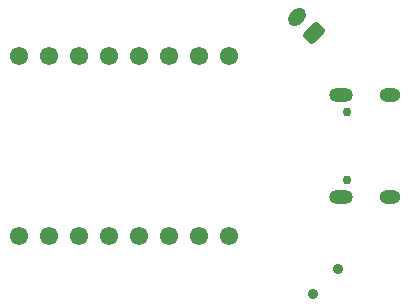
<source format=gbs>
G04 #@! TF.GenerationSoftware,KiCad,Pcbnew,9.0.1*
G04 #@! TF.CreationDate,2025-10-21T12:51:46+03:00*
G04 #@! TF.ProjectId,Twyst-Hardware,54777973-742d-4486-9172-64776172652e,rev?*
G04 #@! TF.SameCoordinates,Original*
G04 #@! TF.FileFunction,Soldermask,Bot*
G04 #@! TF.FilePolarity,Negative*
%FSLAX46Y46*%
G04 Gerber Fmt 4.6, Leading zero omitted, Abs format (unit mm)*
G04 Created by KiCad (PCBNEW 9.0.1) date 2025-10-21 12:51:46*
%MOMM*%
%LPD*%
G01*
G04 APERTURE LIST*
G04 Aperture macros list*
%AMRoundRect*
0 Rectangle with rounded corners*
0 $1 Rounding radius*
0 $2 $3 $4 $5 $6 $7 $8 $9 X,Y pos of 4 corners*
0 Add a 4 corners polygon primitive as box body*
4,1,4,$2,$3,$4,$5,$6,$7,$8,$9,$2,$3,0*
0 Add four circle primitives for the rounded corners*
1,1,$1+$1,$2,$3*
1,1,$1+$1,$4,$5*
1,1,$1+$1,$6,$7*
1,1,$1+$1,$8,$9*
0 Add four rect primitives between the rounded corners*
20,1,$1+$1,$2,$3,$4,$5,0*
20,1,$1+$1,$4,$5,$6,$7,0*
20,1,$1+$1,$6,$7,$8,$9,0*
20,1,$1+$1,$8,$9,$2,$3,0*%
%AMHorizOval*
0 Thick line with rounded ends*
0 $1 width*
0 $2 $3 position (X,Y) of the first rounded end (center of the circle)*
0 $4 $5 position (X,Y) of the second rounded end (center of the circle)*
0 Add line between two ends*
20,1,$1,$2,$3,$4,$5,0*
0 Add two circle primitives to create the rounded ends*
1,1,$1,$2,$3*
1,1,$1,$4,$5*%
G04 Aperture macros list end*
%ADD10C,0.750000*%
%ADD11O,2.000000X1.200000*%
%ADD12O,1.800000X1.200000*%
%ADD13C,0.900000*%
%ADD14RoundRect,0.250000X0.689429X0.194454X0.194454X0.689429X-0.689429X-0.194454X-0.194454X-0.689429X0*%
%ADD15HorizOval,1.200000X0.194454X0.194454X-0.194454X-0.194454X0*%
%ADD16C,1.552000*%
G04 APERTURE END LIST*
D10*
G04 #@! TO.C,USBC1*
X163260000Y-107900000D03*
X163260000Y-102100000D03*
D11*
X162760000Y-100670000D03*
D12*
X166940000Y-100670000D03*
X166940000Y-109330000D03*
D11*
X162760000Y-109330000D03*
G04 #@! TD*
D13*
G04 #@! TO.C,SW1*
X160422685Y-117544005D03*
X162544005Y-115422685D03*
G04 #@! TD*
D14*
G04 #@! TO.C,J1*
X160474696Y-95439519D03*
D15*
X159060482Y-94025305D03*
G04 #@! TD*
D16*
G04 #@! TO.C,U6*
X135500000Y-112620000D03*
X138040000Y-112620000D03*
X140580000Y-112620000D03*
X143120000Y-112620000D03*
X145660000Y-112620000D03*
X148200000Y-112620000D03*
X150740000Y-112620000D03*
X153280000Y-112620000D03*
X153280000Y-97380000D03*
X150740000Y-97380000D03*
X148200000Y-97380000D03*
X145660000Y-97380000D03*
X143120000Y-97380000D03*
X140580000Y-97380000D03*
X138040000Y-97380000D03*
X135500000Y-97380000D03*
G04 #@! TD*
M02*

</source>
